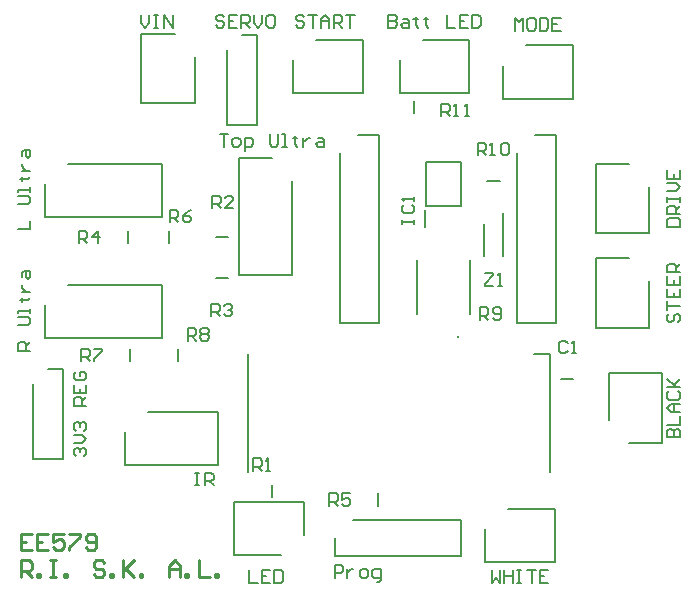
<source format=gto>
G04*
G04 #@! TF.GenerationSoftware,Altium Limited,Altium Designer,24.3.1 (35)*
G04*
G04 Layer_Color=65535*
%FSLAX25Y25*%
%MOIN*%
G70*
G04*
G04 #@! TF.SameCoordinates,C640A665-BD72-4C55-9E38-BDB06A3A2499*
G04*
G04*
G04 #@! TF.FilePolarity,Positive*
G04*
G01*
G75*
%ADD10C,0.00787*%
%ADD11C,0.00787*%
%ADD12C,0.00700*%
%ADD13C,0.00900*%
D10*
X122607Y53764D02*
D03*
D11*
X17224Y155016D02*
X28248D01*
X17224Y131788D02*
Y155016D01*
Y131788D02*
X34941D01*
Y147339D01*
X126673Y61709D02*
Y79425D01*
X108957Y61709D02*
Y79425D01*
X111909Y97733D02*
Y112299D01*
X123721D01*
Y97733D02*
Y112299D01*
X111909Y97733D02*
X123721D01*
X111713Y90548D02*
Y96355D01*
X49705Y113677D02*
X60728D01*
X49705Y74701D02*
Y113677D01*
Y74701D02*
X67421D01*
Y106000D01*
X-14862Y53638D02*
Y64662D01*
Y53638D02*
X24114D01*
Y71355D01*
X-7185D02*
X24114D01*
X-14862Y93992D02*
Y105016D01*
Y93992D02*
X24114D01*
Y111709D01*
X-7185D02*
X24114D01*
X96162Y-2366D02*
Y1768D01*
X132480Y105803D02*
X136614D01*
X71358Y-12110D02*
Y-1086D01*
X48130D02*
X71358D01*
X48130Y-18803D02*
Y-1086D01*
Y-18803D02*
X63681D01*
X81815Y-19015D02*
Y-13094D01*
Y-19015D02*
X123815D01*
Y-7173D01*
X87815D02*
X123815D01*
X45886Y124465D02*
Y149465D01*
Y124465D02*
X55886D01*
Y154465D01*
X50886D02*
X55886D01*
X11713Y11315D02*
Y22339D01*
Y11315D02*
X42815D01*
Y29032D01*
X19390D02*
X42815D01*
X137599Y81000D02*
Y95272D01*
X131496Y81000D02*
Y91630D01*
X168799Y111709D02*
X179823D01*
X168799Y88481D02*
Y111709D01*
Y88481D02*
X186516D01*
Y104032D01*
X168799Y80213D02*
X179823D01*
X168799Y56985D02*
Y80213D01*
Y56985D02*
X186516D01*
Y72536D01*
X179823Y18599D02*
X190847D01*
Y41827D01*
X173130D02*
X190847D01*
X173130Y26276D02*
Y41827D01*
X131791Y-21165D02*
Y-10142D01*
Y-21165D02*
X155020D01*
Y-3449D01*
X139469D02*
X155020D01*
X67815Y135331D02*
Y146355D01*
Y135331D02*
X91043D01*
Y153048D01*
X75492D02*
X91043D01*
X137697Y133362D02*
Y144386D01*
Y133362D02*
X160925D01*
Y151079D01*
X145374D02*
X160925D01*
X103248Y135331D02*
Y146355D01*
Y135331D02*
X126476D01*
Y153048D01*
X110925D02*
X126476D01*
X83317Y58441D02*
Y115410D01*
Y58441D02*
X96260D01*
Y121394D01*
X89272D02*
X96260D01*
X142372Y58441D02*
Y115410D01*
Y58441D02*
X155315D01*
Y121394D01*
X148327D02*
X155315D01*
X-19075Y13244D02*
Y38244D01*
Y13244D02*
X-9075D01*
Y43244D01*
X-14075D02*
X-9075D01*
X52579Y8795D02*
Y48166D01*
X153366Y8795D02*
Y48166D01*
X147973D02*
X153366D01*
X157087Y40055D02*
X161221D01*
X41929Y87300D02*
X46063D01*
X29232Y45862D02*
Y49996D01*
X12697Y85233D02*
Y89366D01*
X41929Y73717D02*
X46063D01*
X26280Y85233D02*
Y89366D01*
X13484Y45862D02*
Y49996D01*
X60728Y587D02*
Y4721D01*
X108169Y128540D02*
Y132674D01*
D12*
X17094Y161249D02*
Y158450D01*
X18494Y157051D01*
X19893Y158450D01*
Y161249D01*
X21293D02*
X22692D01*
X21993D01*
Y157051D01*
X21293D01*
X22692D01*
X24792D02*
Y161249D01*
X27591Y157051D01*
Y161249D01*
X130064Y59610D02*
Y63808D01*
X132164D01*
X132863Y63108D01*
Y61709D01*
X132164Y61009D01*
X130064D01*
X131464D02*
X132863Y59610D01*
X134263Y60309D02*
X134963Y59610D01*
X136362D01*
X137062Y60309D01*
Y63108D01*
X136362Y63808D01*
X134963D01*
X134263Y63108D01*
Y62409D01*
X134963Y61709D01*
X137062D01*
X103905Y91609D02*
Y93009D01*
Y92309D01*
X108103D01*
Y91609D01*
Y93009D01*
X104604Y97907D02*
X103905Y97207D01*
Y95808D01*
X104604Y95108D01*
X107404D01*
X108103Y95808D01*
Y97207D01*
X107404Y97907D01*
X108103Y99307D02*
Y100706D01*
Y100006D01*
X103905D01*
X104604Y99307D01*
X43234Y121595D02*
X46033D01*
X44634D01*
Y117396D01*
X48133D02*
X49532D01*
X50232Y118096D01*
Y119495D01*
X49532Y120195D01*
X48133D01*
X47433Y119495D01*
Y118096D01*
X48133Y117396D01*
X51631Y115996D02*
Y120195D01*
X53731D01*
X54430Y119495D01*
Y118096D01*
X53731Y117396D01*
X51631D01*
X60029Y121595D02*
Y118096D01*
X60728Y117396D01*
X62128D01*
X62828Y118096D01*
Y121595D01*
X64227Y117396D02*
X65627D01*
X64927D01*
Y121595D01*
X64227D01*
X68426Y120895D02*
Y120195D01*
X67726D01*
X69126D01*
X68426D01*
Y118096D01*
X69126Y117396D01*
X71225Y120195D02*
Y117396D01*
Y118796D01*
X71925Y119495D01*
X72624Y120195D01*
X73324D01*
X76123D02*
X77523D01*
X78223Y119495D01*
Y117396D01*
X76123D01*
X75424Y118096D01*
X76123Y118796D01*
X78223D01*
X-19850Y49398D02*
X-24048D01*
Y51497D01*
X-23348Y52197D01*
X-21949D01*
X-21249Y51497D01*
Y49398D01*
Y50797D02*
X-19850Y52197D01*
X-24048Y57795D02*
X-20549D01*
X-19850Y58495D01*
Y59894D01*
X-20549Y60594D01*
X-24048D01*
X-19850Y61993D02*
Y63393D01*
Y62693D01*
X-24048D01*
Y61993D01*
X-23348Y66192D02*
X-22649D01*
Y65492D01*
Y66892D01*
Y66192D01*
X-20549D01*
X-19850Y66892D01*
X-22649Y68991D02*
X-19850D01*
X-21249D01*
X-21949Y69691D01*
X-22649Y70391D01*
Y71090D01*
Y73889D02*
Y75289D01*
X-21949Y75989D01*
X-19850D01*
Y73889D01*
X-20549Y73190D01*
X-21249Y73889D01*
Y75989D01*
X-24048Y89752D02*
X-19850D01*
Y92551D01*
X-24048Y98149D02*
X-20549D01*
X-19850Y98849D01*
Y100248D01*
X-20549Y100948D01*
X-24048D01*
X-19850Y102348D02*
Y103747D01*
Y103048D01*
X-24048D01*
Y102348D01*
X-23348Y106546D02*
X-22649D01*
Y105847D01*
Y107246D01*
Y106546D01*
X-20549D01*
X-19850Y107246D01*
X-22649Y109345D02*
X-19850D01*
X-21249D01*
X-21949Y110045D01*
X-22649Y110745D01*
Y111445D01*
Y114244D02*
Y115643D01*
X-21949Y116343D01*
X-19850D01*
Y114244D01*
X-20549Y113544D01*
X-21249Y114244D01*
Y116343D01*
X79867Y-2398D02*
Y1800D01*
X81967D01*
X82666Y1101D01*
Y-299D01*
X81967Y-999D01*
X79867D01*
X81267D02*
X82666Y-2398D01*
X86865Y1800D02*
X84066D01*
Y-299D01*
X85466Y401D01*
X86165D01*
X86865Y-299D01*
Y-1698D01*
X86165Y-2398D01*
X84766D01*
X84066Y-1698D01*
X129299Y114531D02*
Y118729D01*
X131398D01*
X132098Y118030D01*
Y116630D01*
X131398Y115930D01*
X129299D01*
X130699D02*
X132098Y114531D01*
X133498D02*
X134897D01*
X134197D01*
Y118729D01*
X133498Y118030D01*
X136996D02*
X137696Y118729D01*
X139096D01*
X139796Y118030D01*
Y115231D01*
X139096Y114531D01*
X137696D01*
X136996Y115231D01*
Y118030D01*
X53162Y-23790D02*
Y-27989D01*
X55961D01*
X60159Y-23790D02*
X57360D01*
Y-27989D01*
X60159D01*
X57360Y-25890D02*
X58760D01*
X61559Y-23790D02*
Y-27989D01*
X63658D01*
X64358Y-27289D01*
Y-24490D01*
X63658Y-23790D01*
X61559D01*
X81574Y-26305D02*
Y-22106D01*
X83674D01*
X84373Y-22806D01*
Y-24205D01*
X83674Y-24905D01*
X81574D01*
X85773Y-23506D02*
Y-26305D01*
Y-24905D01*
X86473Y-24205D01*
X87172Y-23506D01*
X87872D01*
X90671Y-26305D02*
X92071D01*
X92771Y-25605D01*
Y-24205D01*
X92071Y-23506D01*
X90671D01*
X89972Y-24205D01*
Y-25605D01*
X90671Y-26305D01*
X95570Y-27704D02*
X96269D01*
X96969Y-27005D01*
Y-23506D01*
X94870D01*
X94170Y-24205D01*
Y-25605D01*
X94870Y-26305D01*
X96969D01*
X44872Y160549D02*
X44173Y161249D01*
X42773D01*
X42073Y160549D01*
Y159850D01*
X42773Y159150D01*
X44173D01*
X44872Y158450D01*
Y157750D01*
X44173Y157051D01*
X42773D01*
X42073Y157750D01*
X49071Y161249D02*
X46272D01*
Y157051D01*
X49071D01*
X46272Y159150D02*
X47671D01*
X50471Y157051D02*
Y161249D01*
X52570D01*
X53270Y160549D01*
Y159150D01*
X52570Y158450D01*
X50471D01*
X51870D02*
X53270Y157051D01*
X54669Y161249D02*
Y158450D01*
X56069Y157051D01*
X57468Y158450D01*
Y161249D01*
X60967D02*
X59568D01*
X58868Y160549D01*
Y157750D01*
X59568Y157051D01*
X60967D01*
X61667Y157750D01*
Y160549D01*
X60967Y161249D01*
X71447Y160549D02*
X70747Y161249D01*
X69348D01*
X68648Y160549D01*
Y159850D01*
X69348Y159150D01*
X70747D01*
X71447Y158450D01*
Y157750D01*
X70747Y157051D01*
X69348D01*
X68648Y157750D01*
X72847Y161249D02*
X75646D01*
X74246D01*
Y157051D01*
X77045D02*
Y159850D01*
X78445Y161249D01*
X79844Y159850D01*
Y157051D01*
Y159150D01*
X77045D01*
X81244Y157051D02*
Y161249D01*
X83343D01*
X84043Y160549D01*
Y159150D01*
X83343Y158450D01*
X81244D01*
X82644D02*
X84043Y157051D01*
X85443Y161249D02*
X88242D01*
X86842D01*
Y157051D01*
X99467Y161249D02*
Y157051D01*
X101567D01*
X102266Y157750D01*
Y158450D01*
X101567Y159150D01*
X99467D01*
X101567D01*
X102266Y159850D01*
Y160549D01*
X101567Y161249D01*
X99467D01*
X104366Y159850D02*
X105765D01*
X106465Y159150D01*
Y157051D01*
X104366D01*
X103666Y157750D01*
X104366Y158450D01*
X106465D01*
X108564Y160549D02*
Y159850D01*
X107864D01*
X109264D01*
X108564D01*
Y157750D01*
X109264Y157051D01*
X112063Y160549D02*
Y159850D01*
X111363D01*
X112763D01*
X112063D01*
Y157750D01*
X112763Y157051D01*
X119061Y161249D02*
Y157051D01*
X121860D01*
X126059Y161249D02*
X123259D01*
Y157051D01*
X126059D01*
X123259Y159150D02*
X124659D01*
X127458Y161249D02*
Y157051D01*
X129558D01*
X130257Y157750D01*
Y160549D01*
X129558Y161249D01*
X127458D01*
X-4648Y14249D02*
X-5347Y14949D01*
Y16348D01*
X-4648Y17048D01*
X-3948D01*
X-3248Y16348D01*
Y15648D01*
Y16348D01*
X-2548Y17048D01*
X-1849D01*
X-1149Y16348D01*
Y14949D01*
X-1849Y14249D01*
X-5347Y18448D02*
X-2548D01*
X-1149Y19847D01*
X-2548Y21247D01*
X-5347D01*
X-4648Y22646D02*
X-5347Y23346D01*
Y24745D01*
X-4648Y25445D01*
X-3948D01*
X-3248Y24745D01*
Y24046D01*
Y24745D01*
X-2548Y25445D01*
X-1849D01*
X-1149Y24745D01*
Y23346D01*
X-1849Y22646D01*
X-1149Y31043D02*
X-5347D01*
Y33143D01*
X-4648Y33843D01*
X-3248D01*
X-2548Y33143D01*
Y31043D01*
Y32443D02*
X-1149Y33843D01*
X-5347Y38041D02*
Y35242D01*
X-1149D01*
Y38041D01*
X-3248Y35242D02*
Y36642D01*
X-4648Y42240D02*
X-5347Y41540D01*
Y40141D01*
X-4648Y39441D01*
X-1849D01*
X-1149Y40141D01*
Y41540D01*
X-1849Y42240D01*
X-3248D01*
Y40840D01*
X141614Y156066D02*
Y160265D01*
X143013Y158865D01*
X144413Y160265D01*
Y156066D01*
X147912Y160265D02*
X146512D01*
X145812Y159565D01*
Y156766D01*
X146512Y156066D01*
X147912D01*
X148611Y156766D01*
Y159565D01*
X147912Y160265D01*
X150011D02*
Y156066D01*
X152110D01*
X152810Y156766D01*
Y159565D01*
X152110Y160265D01*
X150011D01*
X157009D02*
X154209D01*
Y156066D01*
X157009D01*
X154209Y158166D02*
X155609D01*
X117203Y127523D02*
Y131722D01*
X119303D01*
X120003Y131022D01*
Y129622D01*
X119303Y128922D01*
X117203D01*
X118603D02*
X120003Y127523D01*
X121402D02*
X122802D01*
X122102D01*
Y131722D01*
X121402Y131022D01*
X124901Y127523D02*
X126301D01*
X125601D01*
Y131722D01*
X124901Y131022D01*
X192487Y90648D02*
X196686D01*
Y92747D01*
X195986Y93447D01*
X193187D01*
X192487Y92747D01*
Y90648D01*
X196686Y94846D02*
X192487D01*
Y96946D01*
X193187Y97645D01*
X194587D01*
X195286Y96946D01*
Y94846D01*
Y96246D02*
X196686Y97645D01*
X192487Y99045D02*
Y100445D01*
Y99745D01*
X196686D01*
Y99045D01*
Y100445D01*
X192487Y102544D02*
X195286D01*
X196686Y103944D01*
X195286Y105343D01*
X192487D01*
Y109542D02*
Y106743D01*
X196686D01*
Y109542D01*
X194587Y106743D02*
Y108142D01*
X193187Y61601D02*
X192487Y60901D01*
Y59502D01*
X193187Y58802D01*
X193887D01*
X194587Y59502D01*
Y60901D01*
X195286Y61601D01*
X195986D01*
X196686Y60901D01*
Y59502D01*
X195986Y58802D01*
X192487Y63001D02*
Y65800D01*
Y64400D01*
X196686D01*
X192487Y69998D02*
Y67199D01*
X196686D01*
Y69998D01*
X194587Y67199D02*
Y68599D01*
X192487Y74197D02*
Y71398D01*
X196686D01*
Y74197D01*
X194587Y71398D02*
Y72797D01*
X196686Y75596D02*
X192487D01*
Y77696D01*
X193187Y78395D01*
X194587D01*
X195286Y77696D01*
Y75596D01*
Y76996D02*
X196686Y78395D01*
X192487Y20416D02*
X196686D01*
Y22515D01*
X195986Y23215D01*
X195286D01*
X194587Y22515D01*
Y20416D01*
Y22515D01*
X193887Y23215D01*
X193187D01*
X192487Y22515D01*
Y20416D01*
Y24615D02*
X196686D01*
Y27414D01*
Y28813D02*
X193887D01*
X192487Y30213D01*
X193887Y31612D01*
X196686D01*
X194587D01*
Y28813D01*
X193187Y35811D02*
X192487Y35111D01*
Y33712D01*
X193187Y33012D01*
X195986D01*
X196686Y33712D01*
Y35111D01*
X195986Y35811D01*
X192487Y37211D02*
X196686D01*
X195286D01*
X192487Y40010D01*
X194587Y37910D01*
X196686Y40010D01*
X133959Y-23790D02*
Y-27989D01*
X135358Y-26589D01*
X136758Y-27989D01*
Y-23790D01*
X138157D02*
Y-27989D01*
Y-25890D01*
X140956D01*
Y-23790D01*
Y-27989D01*
X142356Y-23790D02*
X143755D01*
X143056D01*
Y-27989D01*
X142356D01*
X143755D01*
X145855Y-23790D02*
X148654D01*
X147254D01*
Y-27989D01*
X152852Y-23790D02*
X150053D01*
Y-27989D01*
X152852D01*
X150053Y-25890D02*
X151453D01*
X34942Y8690D02*
X36341D01*
X35641D01*
Y4492D01*
X34942D01*
X36341D01*
X38440D02*
Y8690D01*
X40540D01*
X41240Y7990D01*
Y6591D01*
X40540Y5891D01*
X38440D01*
X39840D02*
X41240Y4492D01*
X131748Y75226D02*
X134547D01*
Y74526D01*
X131748Y71727D01*
Y71027D01*
X134547D01*
X135947D02*
X137346D01*
X136647D01*
Y75226D01*
X135947Y74526D01*
X40497Y60791D02*
Y64989D01*
X42597D01*
X43296Y64289D01*
Y62890D01*
X42597Y62190D01*
X40497D01*
X41897D02*
X43296Y60791D01*
X44696Y64289D02*
X45396Y64989D01*
X46795D01*
X47495Y64289D01*
Y63590D01*
X46795Y62890D01*
X46095D01*
X46795D01*
X47495Y62190D01*
Y61490D01*
X46795Y60791D01*
X45396D01*
X44696Y61490D01*
X-3597Y85200D02*
Y89399D01*
X-1498D01*
X-798Y88699D01*
Y87300D01*
X-1498Y86600D01*
X-3597D01*
X-2198D02*
X-798Y85200D01*
X2701D02*
Y89399D01*
X601Y87300D01*
X3401D01*
X26718Y92090D02*
Y96289D01*
X28817D01*
X29517Y95589D01*
Y94189D01*
X28817Y93489D01*
X26718D01*
X28117D02*
X29517Y92090D01*
X33715Y96289D02*
X32316Y95589D01*
X30916Y94189D01*
Y92790D01*
X31616Y92090D01*
X33016D01*
X33715Y92790D01*
Y93489D01*
X33016Y94189D01*
X30916D01*
X-2810Y45830D02*
Y50029D01*
X-710D01*
X-11Y49329D01*
Y47929D01*
X-710Y47230D01*
X-2810D01*
X-1410D02*
X-11Y45830D01*
X1389Y50029D02*
X4188D01*
Y49329D01*
X1389Y46530D01*
Y45830D01*
X32623Y52720D02*
Y56918D01*
X34723D01*
X35422Y56219D01*
Y54819D01*
X34723Y54119D01*
X32623D01*
X34023D02*
X35422Y52720D01*
X36822Y56219D02*
X37522Y56918D01*
X38921D01*
X39621Y56219D01*
Y55519D01*
X38921Y54819D01*
X39621Y54119D01*
Y53420D01*
X38921Y52720D01*
X37522D01*
X36822Y53420D01*
Y54119D01*
X37522Y54819D01*
X36822Y55519D01*
Y56219D01*
X37522Y54819D02*
X38921D01*
X54545Y9241D02*
Y13440D01*
X56644D01*
X57344Y12740D01*
Y11340D01*
X56644Y10641D01*
X54545D01*
X55945D02*
X57344Y9241D01*
X58744D02*
X60143D01*
X59443D01*
Y13440D01*
X58744Y12740D01*
X40845Y96841D02*
Y101040D01*
X42944D01*
X43644Y100340D01*
Y98940D01*
X42944Y98241D01*
X40845D01*
X42244D02*
X43644Y96841D01*
X47843D02*
X45044D01*
X47843Y99640D01*
Y100340D01*
X47143Y101040D01*
X45743D01*
X45044Y100340D01*
X159244Y51940D02*
X158544Y52640D01*
X157145D01*
X156445Y51940D01*
Y49141D01*
X157145Y48441D01*
X158544D01*
X159244Y49141D01*
X160644Y48441D02*
X162043D01*
X161343D01*
Y52640D01*
X160644Y51940D01*
D13*
X-23017Y-25974D02*
Y-20575D01*
X-20318D01*
X-19418Y-21475D01*
Y-23275D01*
X-20318Y-24174D01*
X-23017D01*
X-21218D02*
X-19418Y-25974D01*
X-17619D02*
Y-25074D01*
X-16719D01*
Y-25974D01*
X-17619D01*
X-13121Y-20575D02*
X-11321D01*
X-12221D01*
Y-25974D01*
X-13121D01*
X-11321D01*
X-8622D02*
Y-25074D01*
X-7722D01*
Y-25974D01*
X-8622D01*
X4874Y-21475D02*
X3974Y-20575D01*
X2175D01*
X1275Y-21475D01*
Y-22375D01*
X2175Y-23275D01*
X3974D01*
X4874Y-24174D01*
Y-25074D01*
X3974Y-25974D01*
X2175D01*
X1275Y-25074D01*
X6673Y-25974D02*
Y-25074D01*
X7573D01*
Y-25974D01*
X6673D01*
X11172Y-20575D02*
Y-25974D01*
Y-24174D01*
X14771Y-20575D01*
X12071Y-23275D01*
X14771Y-25974D01*
X16570D02*
Y-25074D01*
X17470D01*
Y-25974D01*
X16570D01*
X26467D02*
Y-22375D01*
X28266Y-20575D01*
X30066Y-22375D01*
Y-25974D01*
Y-23275D01*
X26467D01*
X31865Y-25974D02*
Y-25074D01*
X32765D01*
Y-25974D01*
X31865D01*
X36364Y-20575D02*
Y-25974D01*
X39962D01*
X41762D02*
Y-25074D01*
X42661D01*
Y-25974D01*
X41762D01*
X-19418Y-11717D02*
X-23017D01*
Y-17116D01*
X-19418D01*
X-23017Y-14416D02*
X-21218D01*
X-14020Y-11717D02*
X-17619D01*
Y-17116D01*
X-14020D01*
X-17619Y-14416D02*
X-15820D01*
X-8622Y-11717D02*
X-12221D01*
Y-14416D01*
X-10421Y-13517D01*
X-9522D01*
X-8622Y-14416D01*
Y-16216D01*
X-9522Y-17116D01*
X-11321D01*
X-12221Y-16216D01*
X-6822Y-11717D02*
X-3224D01*
Y-12617D01*
X-6822Y-16216D01*
Y-17116D01*
X-1424Y-16216D02*
X-525Y-17116D01*
X1275D01*
X2175Y-16216D01*
Y-12617D01*
X1275Y-11717D01*
X-525D01*
X-1424Y-12617D01*
Y-13517D01*
X-525Y-14416D01*
X2175D01*
M02*

</source>
